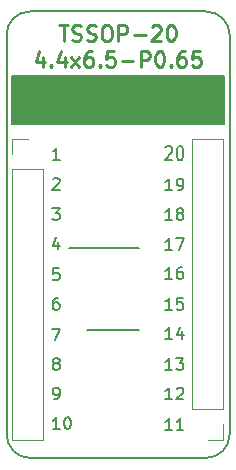
<source format=gbr>
G04 #@! TF.GenerationSoftware,KiCad,Pcbnew,5.1.5-52549c5~84~ubuntu19.10.1*
G04 #@! TF.CreationDate,2020-02-23T01:13:04+02:00*
G04 #@! TF.ProjectId,BRK-TSSOP-20-4.4x6.5-P0.65,42524b2d-5453-4534-9f50-2d32302d342e,v1.0*
G04 #@! TF.SameCoordinates,Original*
G04 #@! TF.FileFunction,Legend,Top*
G04 #@! TF.FilePolarity,Positive*
%FSLAX46Y46*%
G04 Gerber Fmt 4.6, Leading zero omitted, Abs format (unit mm)*
G04 Created by KiCad (PCBNEW 5.1.5-52549c5~84~ubuntu19.10.1) date 2020-02-23 01:13:04*
%MOMM*%
%LPD*%
G04 APERTURE LIST*
%ADD10C,0.200000*%
%ADD11C,0.150000*%
%ADD12C,0.250000*%
%ADD13C,0.120000*%
G04 APERTURE END LIST*
D10*
X65027142Y-75752380D02*
X64455714Y-75752380D01*
X64741428Y-75752380D02*
X64741428Y-74752380D01*
X64646190Y-74895238D01*
X64550952Y-74990476D01*
X64455714Y-75038095D01*
X65884285Y-75085714D02*
X65884285Y-75752380D01*
X65646190Y-74704761D02*
X65408095Y-75419047D01*
X66027142Y-75419047D01*
X65027142Y-78352380D02*
X64455714Y-78352380D01*
X64741428Y-78352380D02*
X64741428Y-77352380D01*
X64646190Y-77495238D01*
X64550952Y-77590476D01*
X64455714Y-77638095D01*
X65360476Y-77352380D02*
X65979523Y-77352380D01*
X65646190Y-77733333D01*
X65789047Y-77733333D01*
X65884285Y-77780952D01*
X65931904Y-77828571D01*
X65979523Y-77923809D01*
X65979523Y-78161904D01*
X65931904Y-78257142D01*
X65884285Y-78304761D01*
X65789047Y-78352380D01*
X65503333Y-78352380D01*
X65408095Y-78304761D01*
X65360476Y-78257142D01*
X65027142Y-80852380D02*
X64455714Y-80852380D01*
X64741428Y-80852380D02*
X64741428Y-79852380D01*
X64646190Y-79995238D01*
X64550952Y-80090476D01*
X64455714Y-80138095D01*
X65408095Y-79947619D02*
X65455714Y-79900000D01*
X65550952Y-79852380D01*
X65789047Y-79852380D01*
X65884285Y-79900000D01*
X65931904Y-79947619D01*
X65979523Y-80042857D01*
X65979523Y-80138095D01*
X65931904Y-80280952D01*
X65360476Y-80852380D01*
X65979523Y-80852380D01*
X55491904Y-83352380D02*
X54920476Y-83352380D01*
X55206190Y-83352380D02*
X55206190Y-82352380D01*
X55110952Y-82495238D01*
X55015714Y-82590476D01*
X54920476Y-82638095D01*
X56110952Y-82352380D02*
X56206190Y-82352380D01*
X56301428Y-82400000D01*
X56349047Y-82447619D01*
X56396666Y-82542857D01*
X56444285Y-82733333D01*
X56444285Y-82971428D01*
X56396666Y-83161904D01*
X56349047Y-83257142D01*
X56301428Y-83304761D01*
X56206190Y-83352380D01*
X56110952Y-83352380D01*
X56015714Y-83304761D01*
X55968095Y-83257142D01*
X55920476Y-83161904D01*
X55872857Y-82971428D01*
X55872857Y-82733333D01*
X55920476Y-82542857D01*
X55968095Y-82447619D01*
X56015714Y-82400000D01*
X56110952Y-82352380D01*
X55015714Y-80852380D02*
X55206190Y-80852380D01*
X55301428Y-80804761D01*
X55349047Y-80757142D01*
X55444285Y-80614285D01*
X55491904Y-80423809D01*
X55491904Y-80042857D01*
X55444285Y-79947619D01*
X55396666Y-79900000D01*
X55301428Y-79852380D01*
X55110952Y-79852380D01*
X55015714Y-79900000D01*
X54968095Y-79947619D01*
X54920476Y-80042857D01*
X54920476Y-80280952D01*
X54968095Y-80376190D01*
X55015714Y-80423809D01*
X55110952Y-80471428D01*
X55301428Y-80471428D01*
X55396666Y-80423809D01*
X55444285Y-80376190D01*
X55491904Y-80280952D01*
X55110952Y-77780952D02*
X55015714Y-77733333D01*
X54968095Y-77685714D01*
X54920476Y-77590476D01*
X54920476Y-77542857D01*
X54968095Y-77447619D01*
X55015714Y-77400000D01*
X55110952Y-77352380D01*
X55301428Y-77352380D01*
X55396666Y-77400000D01*
X55444285Y-77447619D01*
X55491904Y-77542857D01*
X55491904Y-77590476D01*
X55444285Y-77685714D01*
X55396666Y-77733333D01*
X55301428Y-77780952D01*
X55110952Y-77780952D01*
X55015714Y-77828571D01*
X54968095Y-77876190D01*
X54920476Y-77971428D01*
X54920476Y-78161904D01*
X54968095Y-78257142D01*
X55015714Y-78304761D01*
X55110952Y-78352380D01*
X55301428Y-78352380D01*
X55396666Y-78304761D01*
X55444285Y-78257142D01*
X55491904Y-78161904D01*
X55491904Y-77971428D01*
X55444285Y-77876190D01*
X55396666Y-77828571D01*
X55301428Y-77780952D01*
X65027142Y-83452380D02*
X64455714Y-83452380D01*
X64741428Y-83452380D02*
X64741428Y-82452380D01*
X64646190Y-82595238D01*
X64550952Y-82690476D01*
X64455714Y-82738095D01*
X65979523Y-83452380D02*
X65408095Y-83452380D01*
X65693809Y-83452380D02*
X65693809Y-82452380D01*
X65598571Y-82595238D01*
X65503333Y-82690476D01*
X65408095Y-82738095D01*
X65027142Y-73252380D02*
X64455714Y-73252380D01*
X64741428Y-73252380D02*
X64741428Y-72252380D01*
X64646190Y-72395238D01*
X64550952Y-72490476D01*
X64455714Y-72538095D01*
X65931904Y-72252380D02*
X65455714Y-72252380D01*
X65408095Y-72728571D01*
X65455714Y-72680952D01*
X65550952Y-72633333D01*
X65789047Y-72633333D01*
X65884285Y-72680952D01*
X65931904Y-72728571D01*
X65979523Y-72823809D01*
X65979523Y-73061904D01*
X65931904Y-73157142D01*
X65884285Y-73204761D01*
X65789047Y-73252380D01*
X65550952Y-73252380D01*
X65455714Y-73204761D01*
X65408095Y-73157142D01*
X65027142Y-70652380D02*
X64455714Y-70652380D01*
X64741428Y-70652380D02*
X64741428Y-69652380D01*
X64646190Y-69795238D01*
X64550952Y-69890476D01*
X64455714Y-69938095D01*
X65884285Y-69652380D02*
X65693809Y-69652380D01*
X65598571Y-69700000D01*
X65550952Y-69747619D01*
X65455714Y-69890476D01*
X65408095Y-70080952D01*
X65408095Y-70461904D01*
X65455714Y-70557142D01*
X65503333Y-70604761D01*
X65598571Y-70652380D01*
X65789047Y-70652380D01*
X65884285Y-70604761D01*
X65931904Y-70557142D01*
X65979523Y-70461904D01*
X65979523Y-70223809D01*
X65931904Y-70128571D01*
X65884285Y-70080952D01*
X65789047Y-70033333D01*
X65598571Y-70033333D01*
X65503333Y-70080952D01*
X65455714Y-70128571D01*
X65408095Y-70223809D01*
X54872857Y-74852380D02*
X55539523Y-74852380D01*
X55110952Y-75852380D01*
X55396666Y-72252380D02*
X55206190Y-72252380D01*
X55110952Y-72300000D01*
X55063333Y-72347619D01*
X54968095Y-72490476D01*
X54920476Y-72680952D01*
X54920476Y-73061904D01*
X54968095Y-73157142D01*
X55015714Y-73204761D01*
X55110952Y-73252380D01*
X55301428Y-73252380D01*
X55396666Y-73204761D01*
X55444285Y-73157142D01*
X55491904Y-73061904D01*
X55491904Y-72823809D01*
X55444285Y-72728571D01*
X55396666Y-72680952D01*
X55301428Y-72633333D01*
X55110952Y-72633333D01*
X55015714Y-72680952D01*
X54968095Y-72728571D01*
X54920476Y-72823809D01*
X55444285Y-69752380D02*
X54968095Y-69752380D01*
X54920476Y-70228571D01*
X54968095Y-70180952D01*
X55063333Y-70133333D01*
X55301428Y-70133333D01*
X55396666Y-70180952D01*
X55444285Y-70228571D01*
X55491904Y-70323809D01*
X55491904Y-70561904D01*
X55444285Y-70657142D01*
X55396666Y-70704761D01*
X55301428Y-70752380D01*
X55063333Y-70752380D01*
X54968095Y-70704761D01*
X54920476Y-70657142D01*
X55396666Y-67485714D02*
X55396666Y-68152380D01*
X55158571Y-67104761D02*
X54920476Y-67819047D01*
X55539523Y-67819047D01*
X54872857Y-64652380D02*
X55491904Y-64652380D01*
X55158571Y-65033333D01*
X55301428Y-65033333D01*
X55396666Y-65080952D01*
X55444285Y-65128571D01*
X55491904Y-65223809D01*
X55491904Y-65461904D01*
X55444285Y-65557142D01*
X55396666Y-65604761D01*
X55301428Y-65652380D01*
X55015714Y-65652380D01*
X54920476Y-65604761D01*
X54872857Y-65557142D01*
X65027142Y-68202380D02*
X64455714Y-68202380D01*
X64741428Y-68202380D02*
X64741428Y-67202380D01*
X64646190Y-67345238D01*
X64550952Y-67440476D01*
X64455714Y-67488095D01*
X65360476Y-67202380D02*
X66027142Y-67202380D01*
X65598571Y-68202380D01*
D11*
X53000000Y-85800000D02*
G75*
G02X51000000Y-83800000I0J2000000D01*
G01*
X69900000Y-83800000D02*
G75*
G02X67900000Y-85800000I-2000000J0D01*
G01*
X67900000Y-48000000D02*
G75*
G02X69900000Y-50000000I0J-2000000D01*
G01*
X51000000Y-50000000D02*
G75*
G02X53000000Y-48000000I2000000J0D01*
G01*
D10*
X65027142Y-65652380D02*
X64455714Y-65652380D01*
X64741428Y-65652380D02*
X64741428Y-64652380D01*
X64646190Y-64795238D01*
X64550952Y-64890476D01*
X64455714Y-64938095D01*
X65598571Y-65080952D02*
X65503333Y-65033333D01*
X65455714Y-64985714D01*
X65408095Y-64890476D01*
X65408095Y-64842857D01*
X65455714Y-64747619D01*
X65503333Y-64700000D01*
X65598571Y-64652380D01*
X65789047Y-64652380D01*
X65884285Y-64700000D01*
X65931904Y-64747619D01*
X65979523Y-64842857D01*
X65979523Y-64890476D01*
X65931904Y-64985714D01*
X65884285Y-65033333D01*
X65789047Y-65080952D01*
X65598571Y-65080952D01*
X65503333Y-65128571D01*
X65455714Y-65176190D01*
X65408095Y-65271428D01*
X65408095Y-65461904D01*
X65455714Y-65557142D01*
X65503333Y-65604761D01*
X65598571Y-65652380D01*
X65789047Y-65652380D01*
X65884285Y-65604761D01*
X65931904Y-65557142D01*
X65979523Y-65461904D01*
X65979523Y-65271428D01*
X65931904Y-65176190D01*
X65884285Y-65128571D01*
X65789047Y-65080952D01*
X65027142Y-63152380D02*
X64455714Y-63152380D01*
X64741428Y-63152380D02*
X64741428Y-62152380D01*
X64646190Y-62295238D01*
X64550952Y-62390476D01*
X64455714Y-62438095D01*
X65503333Y-63152380D02*
X65693809Y-63152380D01*
X65789047Y-63104761D01*
X65836666Y-63057142D01*
X65931904Y-62914285D01*
X65979523Y-62723809D01*
X65979523Y-62342857D01*
X65931904Y-62247619D01*
X65884285Y-62200000D01*
X65789047Y-62152380D01*
X65598571Y-62152380D01*
X65503333Y-62200000D01*
X65455714Y-62247619D01*
X65408095Y-62342857D01*
X65408095Y-62580952D01*
X65455714Y-62676190D01*
X65503333Y-62723809D01*
X65598571Y-62771428D01*
X65789047Y-62771428D01*
X65884285Y-62723809D01*
X65931904Y-62676190D01*
X65979523Y-62580952D01*
X64455714Y-59507142D02*
X64503333Y-59450000D01*
X64598571Y-59392857D01*
X64836666Y-59392857D01*
X64931904Y-59450000D01*
X64979523Y-59507142D01*
X65027142Y-59621428D01*
X65027142Y-59735714D01*
X64979523Y-59907142D01*
X64408095Y-60592857D01*
X65027142Y-60592857D01*
X65646190Y-59392857D02*
X65741428Y-59392857D01*
X65836666Y-59450000D01*
X65884285Y-59507142D01*
X65931904Y-59621428D01*
X65979523Y-59850000D01*
X65979523Y-60135714D01*
X65931904Y-60364285D01*
X65884285Y-60478571D01*
X65836666Y-60535714D01*
X65741428Y-60592857D01*
X65646190Y-60592857D01*
X65550952Y-60535714D01*
X65503333Y-60478571D01*
X65455714Y-60364285D01*
X65408095Y-60135714D01*
X65408095Y-59850000D01*
X65455714Y-59621428D01*
X65503333Y-59507142D01*
X65550952Y-59450000D01*
X65646190Y-59392857D01*
X54920476Y-62197619D02*
X54968095Y-62150000D01*
X55063333Y-62102380D01*
X55301428Y-62102380D01*
X55396666Y-62150000D01*
X55444285Y-62197619D01*
X55491904Y-62292857D01*
X55491904Y-62388095D01*
X55444285Y-62530952D01*
X54872857Y-63102380D01*
X55491904Y-63102380D01*
X55491904Y-60552380D02*
X54920476Y-60552380D01*
X55206190Y-60552380D02*
X55206190Y-59552380D01*
X55110952Y-59695238D01*
X55015714Y-59790476D01*
X54920476Y-59838095D01*
D11*
X67900000Y-85800000D02*
X53000000Y-85800000D01*
G36*
X69400000Y-57500000D02*
G01*
X51500000Y-57500000D01*
X51500000Y-53500000D01*
X69400000Y-53500000D01*
X69400000Y-57500000D01*
G37*
X69400000Y-57500000D02*
X51500000Y-57500000D01*
X51500000Y-53500000D01*
X69400000Y-53500000D01*
X69400000Y-57500000D01*
X69900000Y-50000000D02*
X69900000Y-83800000D01*
D12*
X55466666Y-49188095D02*
X56209523Y-49188095D01*
X55838095Y-50488095D02*
X55838095Y-49188095D01*
X56580952Y-50426190D02*
X56766666Y-50488095D01*
X57076190Y-50488095D01*
X57200000Y-50426190D01*
X57261904Y-50364285D01*
X57323809Y-50240476D01*
X57323809Y-50116666D01*
X57261904Y-49992857D01*
X57200000Y-49930952D01*
X57076190Y-49869047D01*
X56828571Y-49807142D01*
X56704761Y-49745238D01*
X56642857Y-49683333D01*
X56580952Y-49559523D01*
X56580952Y-49435714D01*
X56642857Y-49311904D01*
X56704761Y-49250000D01*
X56828571Y-49188095D01*
X57138095Y-49188095D01*
X57323809Y-49250000D01*
X57819047Y-50426190D02*
X58004761Y-50488095D01*
X58314285Y-50488095D01*
X58438095Y-50426190D01*
X58500000Y-50364285D01*
X58561904Y-50240476D01*
X58561904Y-50116666D01*
X58500000Y-49992857D01*
X58438095Y-49930952D01*
X58314285Y-49869047D01*
X58066666Y-49807142D01*
X57942857Y-49745238D01*
X57880952Y-49683333D01*
X57819047Y-49559523D01*
X57819047Y-49435714D01*
X57880952Y-49311904D01*
X57942857Y-49250000D01*
X58066666Y-49188095D01*
X58376190Y-49188095D01*
X58561904Y-49250000D01*
X59366666Y-49188095D02*
X59614285Y-49188095D01*
X59738095Y-49250000D01*
X59861904Y-49373809D01*
X59923809Y-49621428D01*
X59923809Y-50054761D01*
X59861904Y-50302380D01*
X59738095Y-50426190D01*
X59614285Y-50488095D01*
X59366666Y-50488095D01*
X59242857Y-50426190D01*
X59119047Y-50302380D01*
X59057142Y-50054761D01*
X59057142Y-49621428D01*
X59119047Y-49373809D01*
X59242857Y-49250000D01*
X59366666Y-49188095D01*
X60480952Y-50488095D02*
X60480952Y-49188095D01*
X60976190Y-49188095D01*
X61100000Y-49250000D01*
X61161904Y-49311904D01*
X61223809Y-49435714D01*
X61223809Y-49621428D01*
X61161904Y-49745238D01*
X61100000Y-49807142D01*
X60976190Y-49869047D01*
X60480952Y-49869047D01*
X61780952Y-49992857D02*
X62771428Y-49992857D01*
X63328571Y-49311904D02*
X63390476Y-49250000D01*
X63514285Y-49188095D01*
X63823809Y-49188095D01*
X63947619Y-49250000D01*
X64009523Y-49311904D01*
X64071428Y-49435714D01*
X64071428Y-49559523D01*
X64009523Y-49745238D01*
X63266666Y-50488095D01*
X64071428Y-50488095D01*
X64876190Y-49188095D02*
X65000000Y-49188095D01*
X65123809Y-49250000D01*
X65185714Y-49311904D01*
X65247619Y-49435714D01*
X65309523Y-49683333D01*
X65309523Y-49992857D01*
X65247619Y-50240476D01*
X65185714Y-50364285D01*
X65123809Y-50426190D01*
X65000000Y-50488095D01*
X64876190Y-50488095D01*
X64752380Y-50426190D01*
X64690476Y-50364285D01*
X64628571Y-50240476D01*
X64566666Y-49992857D01*
X64566666Y-49683333D01*
X64628571Y-49435714D01*
X64690476Y-49311904D01*
X64752380Y-49250000D01*
X64876190Y-49188095D01*
X54073809Y-51821428D02*
X54073809Y-52688095D01*
X53764285Y-51326190D02*
X53454761Y-52254761D01*
X54259523Y-52254761D01*
X54754761Y-52564285D02*
X54816666Y-52626190D01*
X54754761Y-52688095D01*
X54692857Y-52626190D01*
X54754761Y-52564285D01*
X54754761Y-52688095D01*
X55930952Y-51821428D02*
X55930952Y-52688095D01*
X55621428Y-51326190D02*
X55311904Y-52254761D01*
X56116666Y-52254761D01*
X56488095Y-52688095D02*
X57169047Y-51821428D01*
X56488095Y-51821428D02*
X57169047Y-52688095D01*
X58221428Y-51388095D02*
X57973809Y-51388095D01*
X57850000Y-51450000D01*
X57788095Y-51511904D01*
X57664285Y-51697619D01*
X57602380Y-51945238D01*
X57602380Y-52440476D01*
X57664285Y-52564285D01*
X57726190Y-52626190D01*
X57850000Y-52688095D01*
X58097619Y-52688095D01*
X58221428Y-52626190D01*
X58283333Y-52564285D01*
X58345238Y-52440476D01*
X58345238Y-52130952D01*
X58283333Y-52007142D01*
X58221428Y-51945238D01*
X58097619Y-51883333D01*
X57850000Y-51883333D01*
X57726190Y-51945238D01*
X57664285Y-52007142D01*
X57602380Y-52130952D01*
X58902380Y-52564285D02*
X58964285Y-52626190D01*
X58902380Y-52688095D01*
X58840476Y-52626190D01*
X58902380Y-52564285D01*
X58902380Y-52688095D01*
X60140476Y-51388095D02*
X59521428Y-51388095D01*
X59459523Y-52007142D01*
X59521428Y-51945238D01*
X59645238Y-51883333D01*
X59954761Y-51883333D01*
X60078571Y-51945238D01*
X60140476Y-52007142D01*
X60202380Y-52130952D01*
X60202380Y-52440476D01*
X60140476Y-52564285D01*
X60078571Y-52626190D01*
X59954761Y-52688095D01*
X59645238Y-52688095D01*
X59521428Y-52626190D01*
X59459523Y-52564285D01*
X60759523Y-52192857D02*
X61750000Y-52192857D01*
X62369047Y-52688095D02*
X62369047Y-51388095D01*
X62864285Y-51388095D01*
X62988095Y-51450000D01*
X63050000Y-51511904D01*
X63111904Y-51635714D01*
X63111904Y-51821428D01*
X63050000Y-51945238D01*
X62988095Y-52007142D01*
X62864285Y-52069047D01*
X62369047Y-52069047D01*
X63916666Y-51388095D02*
X64040476Y-51388095D01*
X64164285Y-51450000D01*
X64226190Y-51511904D01*
X64288095Y-51635714D01*
X64350000Y-51883333D01*
X64350000Y-52192857D01*
X64288095Y-52440476D01*
X64226190Y-52564285D01*
X64164285Y-52626190D01*
X64040476Y-52688095D01*
X63916666Y-52688095D01*
X63792857Y-52626190D01*
X63730952Y-52564285D01*
X63669047Y-52440476D01*
X63607142Y-52192857D01*
X63607142Y-51883333D01*
X63669047Y-51635714D01*
X63730952Y-51511904D01*
X63792857Y-51450000D01*
X63916666Y-51388095D01*
X64907142Y-52564285D02*
X64969047Y-52626190D01*
X64907142Y-52688095D01*
X64845238Y-52626190D01*
X64907142Y-52564285D01*
X64907142Y-52688095D01*
X66083333Y-51388095D02*
X65835714Y-51388095D01*
X65711904Y-51450000D01*
X65650000Y-51511904D01*
X65526190Y-51697619D01*
X65464285Y-51945238D01*
X65464285Y-52440476D01*
X65526190Y-52564285D01*
X65588095Y-52626190D01*
X65711904Y-52688095D01*
X65959523Y-52688095D01*
X66083333Y-52626190D01*
X66145238Y-52564285D01*
X66207142Y-52440476D01*
X66207142Y-52130952D01*
X66145238Y-52007142D01*
X66083333Y-51945238D01*
X65959523Y-51883333D01*
X65711904Y-51883333D01*
X65588095Y-51945238D01*
X65526190Y-52007142D01*
X65464285Y-52130952D01*
X67383333Y-51388095D02*
X66764285Y-51388095D01*
X66702380Y-52007142D01*
X66764285Y-51945238D01*
X66888095Y-51883333D01*
X67197619Y-51883333D01*
X67321428Y-51945238D01*
X67383333Y-52007142D01*
X67445238Y-52130952D01*
X67445238Y-52440476D01*
X67383333Y-52564285D01*
X67321428Y-52626190D01*
X67197619Y-52688095D01*
X66888095Y-52688095D01*
X66764285Y-52626190D01*
X66702380Y-52564285D01*
D11*
X53000000Y-48000000D02*
X67900000Y-48000000D01*
X51000000Y-83800000D02*
X51000000Y-50000000D01*
X56250000Y-68050000D02*
X62225000Y-68050000D01*
X57775000Y-74950000D02*
X62225000Y-74950000D01*
D13*
X69370000Y-84290000D02*
X68040000Y-84290000D01*
X69370000Y-82960000D02*
X69370000Y-84290000D01*
X69370000Y-81690000D02*
X66710000Y-81690000D01*
X66710000Y-81690000D02*
X66710000Y-58770000D01*
X69370000Y-81690000D02*
X69370000Y-58770000D01*
X69370000Y-58770000D02*
X66710000Y-58770000D01*
X51470000Y-58770000D02*
X52800000Y-58770000D01*
X51470000Y-60100000D02*
X51470000Y-58770000D01*
X51470000Y-61370000D02*
X54130000Y-61370000D01*
X54130000Y-61370000D02*
X54130000Y-84290000D01*
X51470000Y-61370000D02*
X51470000Y-84290000D01*
X51470000Y-84290000D02*
X54130000Y-84290000D01*
M02*

</source>
